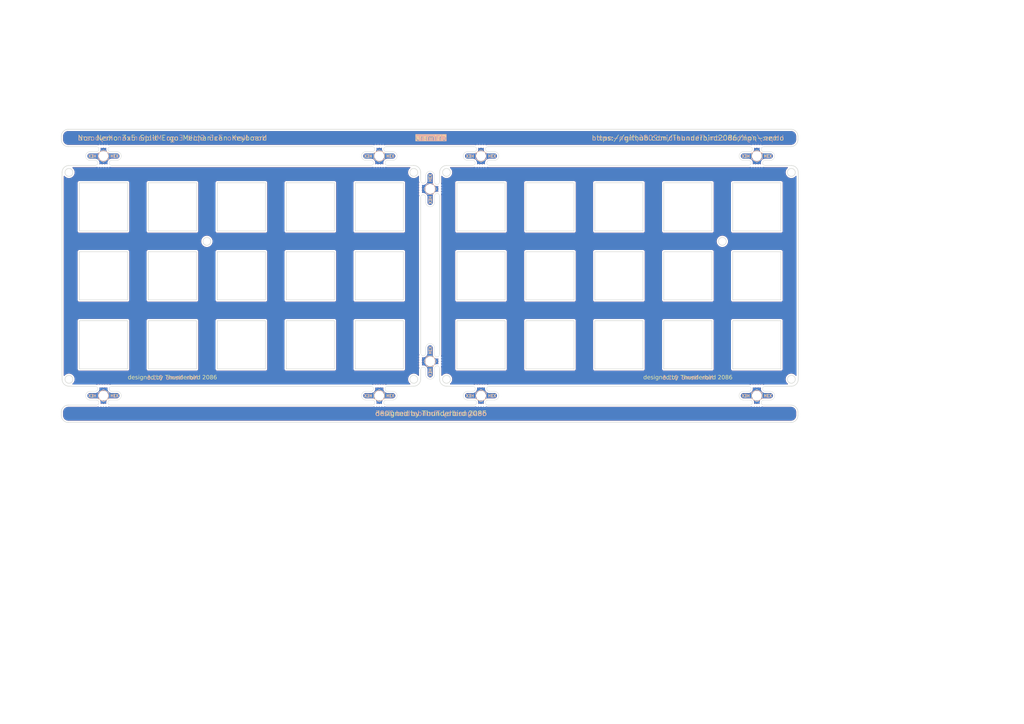
<source format=kicad_pcb>
(kicad_pcb (version 20240108) (generator "pcbnew") (generator_version "8.0")
  (title_block (title "top_chimera_mx") (date "2025-04-06") (rev "0.1.6") (company "Allen Choi"))
  (layers (0 "F.Cu" signal) (31 "B.Cu" signal) (34 "B.Paste" user) (35 "F.Paste" user) (36 "B.SilkS" user "B.Silkscreen") (37 "F.SilkS" user "F.Silkscreen") (38 "B.Mask" user) (39 "F.Mask" user) (44 "Edge.Cuts" user))
  (net 0 "")
  (net 1 "GND")
  (footprint "mousebites_5p5mm_easysnap" (layer "F.Cu") (at 139.5 117.5 -90)
    (property "Reference" "X8" (hide yes))
    (property "Value" "5.5mm" (hide yes))
    (fp_line (start -1.5 3.9) (end -1.5 2.03) (stroke (width 0.1)) (layer "Edge.Cuts"))
    (fp_line (start -4 2.4) (end -4 3.9) (stroke (width 0.1)) (layer "Edge.Cuts"))
    (fp_line (start -1.5 -2.03) (end -1.5 -3.9) (stroke (width 0.1)) (layer "Edge.Cuts"))
    (fp_line (start -4 -3.9) (end -4 -2.4) (stroke (width 0.1)) (layer "Edge.Cuts"))
    (fp_arc (start -1.5 3.9) (mid -2.75 5.15) (end -4 3.9) (stroke (width 0.1)) (layer "Edge.Cuts"))
    (fp_arc (start -5.5 2.4) (mid -4.75 1.65) (end -4 2.4) (stroke (width 0.1)) (layer "Edge.Cuts"))
    (fp_arc (start -1.5 2.03) (mid -0.75 1.28) (end 0 2.03) (stroke (width 0.1)) (layer "Edge.Cuts"))
    (fp_arc (start 0 -2.03) (mid -0.75 -1.28) (end -1.5 -2.03) (stroke (width 0.1)) (layer "Edge.Cuts"))
    (fp_arc (start -4 -2.4) (mid -4.75 -1.65) (end -5.5 -2.4) (stroke (width 0.1)) (layer "Edge.Cuts"))
    (fp_arc (start -4 -3.9) (mid -2.75 -5.15) (end -1.5 -3.9) (stroke (width 0.1)) (layer "Edge.Cuts"))
    (fp_text user "HEX" (at -2.75 3.2 0) (layer "B.SilkS") (effects (font (size 0.8 0.8)) (justify mirror)))
    (fp_text user "HEX" (at -2.75 -3.2 180) (layer "B.SilkS") (effects (font (size 0.8 0.8)) (justify mirror)))
    (fp_text user "HEX" (at -2.75 -3.2 0) (layer "F.SilkS") (effects (font (size 0.8 0.8))))
    (fp_text user "HEX" (at -2.75 3.2 180) (layer "F.SilkS") (effects (font (size 0.8 0.8))))
    (pad "" np_thru_hole circle (at -5.55 -1.48 90) (size 0.5 0.5) (drill 0.5) (layers "F&B.Cu" "*.Mask"))
    (pad "" np_thru_hole circle (at -5.55 -0.74 90) (size 0.5 0.5) (drill 0.5) (layers "F&B.Cu" "*.Mask"))
    (pad "" np_thru_hole circle (at -5.55 0 90) (size 0.5 0.5) (drill 0.5) (layers "F&B.Cu" "*.Mask"))
    (pad "" np_thru_hole circle (at -5.55 0.74 90) (size 0.5 0.5) (drill 0.5) (layers "F&B.Cu" "*.Mask"))
    (pad "" np_thru_hole circle (at -5.55 1.48 90) (size 0.5 0.5) (drill 0.5) (layers "F&B.Cu" "*.Mask"))
    (pad "" np_thru_hole circle (at -2.75 0 90) (size 2.4 2.4) (drill 2.4) (layers "F&B.Cu" "*.Mask"))
    (pad "" np_thru_hole circle (at 0.05 -1.11 270) (size 0.5 0.5) (drill 0.5) (layers "F&B.Cu" "*.Mask"))
    (pad "" np_thru_hole circle (at 0.05 -0.37 270) (size 0.5 0.5) (drill 0.5) (layers "F&B.Cu" "*.Mask"))
    (pad "" np_thru_hole circle (at 0.05 0.37 270) (size 0.5 0.5) (drill 0.5) (layers "F&B.Cu" "*.Mask"))
    (pad "" np_thru_hole circle (at 0.05 1.11 270) (size 0.5 0.5) (drill 0.5) (layers "F&B.Cu" "*.Mask"))
  )
  (footprint "mousebites_5p5mm_easysnap" (layer "F.Cu") (at 110 42.5 90)
    (property "Reference" "X6" (hide yes))
    (property "Value" "5.5mm" (hide yes))
    (fp_line (start -4 -3.9) (end -4 -2.4) (stroke (width 0.1)) (layer "Edge.Cuts"))
    (fp_line (start -1.5 -2.03) (end -1.5 -3.9) (stroke (width 0.1)) (layer "Edge.Cuts"))
    (fp_line (start -4 2.4) (end -4 3.9) (stroke (width 0.1)) (layer "Edge.Cuts"))
    (fp_line (start -1.5 3.9) (end -1.5 2.03) (stroke (width 0.1)) (layer "Edge.Cuts"))
    (fp_arc (start -4 -3.9) (mid -2.75 -5.15) (end -1.5 -3.9) (stroke (width 0.1)) (layer "Edge.Cuts"))
    (fp_arc (start -4 -2.4) (mid -4.75 -1.65) (end -5.5 -2.4) (stroke (width 0.1)) (layer "Edge.Cuts"))
    (fp_arc (start 0 -2.03) (mid -0.75 -1.28) (end -1.5 -2.03) (stroke (width 0.1)) (layer "Edge.Cuts"))
    (fp_arc (start -1.5 2.03) (mid -0.75 1.28) (end 0 2.03) (stroke (width 0.1)) (layer "Edge.Cuts"))
    (fp_arc (start -5.5 2.4) (mid -4.75 1.65) (end -4 2.4) (stroke (width 0.1)) (layer "Edge.Cuts"))
    (fp_arc (start -1.5 3.9) (mid -2.75 5.15) (end -4 3.9) (stroke (width 0.1)) (layer "Edge.Cuts"))
    (fp_text user "HEX" (at -2.75 3.2 180) (layer "B.SilkS") (effects (font (size 0.8 0.8)) (justify mirror)))
    (fp_text user "HEX" (at -2.75 -3.2 0) (layer "B.SilkS") (effects (font (size 0.8 0.8)) (justify mirror)))
    (fp_text user "HEX" (at -2.75 -3.2 180) (layer "F.SilkS") (effects (font (size 0.8 0.8))))
    (fp_text user "HEX" (at -2.75 3.2 0) (layer "F.SilkS") (effects (font (size 0.8 0.8))))
    (pad "" np_thru_hole circle (at -5.55 -1.48 270) (size 0.5 0.5) (drill 0.5) (layers "F&B.Cu" "*.Mask"))
    (pad "" np_thru_hole circle (at -5.55 -0.74 270) (size 0.5 0.5) (drill 0.5) (layers "F&B.Cu" "*.Mask"))
    (pad "" np_thru_hole circle (at -5.55 0 270) (size 0.5 0.5) (drill 0.5) (layers "F&B.Cu" "*.Mask"))
    (pad "" np_thru_hole circle (at -5.55 0.74 270) (size 0.5 0.5) (drill 0.5) (layers "F&B.Cu" "*.Mask"))
    (pad "" np_thru_hole circle (at -5.55 1.48 270) (size 0.5 0.5) (drill 0.5) (layers "F&B.Cu" "*.Mask"))
    (pad "" np_thru_hole circle (at -2.75 0 270) (size 2.4 2.4) (drill 2.4) (layers "F&B.Cu" "*.Mask"))
    (pad "" np_thru_hole circle (at 0.05 -1.11 90) (size 0.5 0.5) (drill 0.5) (layers "F&B.Cu" "*.Mask"))
    (pad "" np_thru_hole circle (at 0.05 -0.37 90) (size 0.5 0.5) (drill 0.5) (layers "F&B.Cu" "*.Mask"))
    (pad "" np_thru_hole circle (at 0.05 0.37 90) (size 0.5 0.5) (drill 0.5) (layers "F&B.Cu" "*.Mask"))
    (pad "" np_thru_hole circle (at 0.05 1.11 90) (size 0.5 0.5) (drill 0.5) (layers "F&B.Cu" "*.Mask"))
  )
  (footprint "mousebites_5p5mm_easysnap" (layer "F.Cu") (at 30 117.5 -90)
    (property "Reference" "X5" (hide yes))
    (property "Value" "5.5mm" (hide yes))
    (fp_line (start -1.5 3.9) (end -1.5 2.03) (stroke (width 0.1)) (layer "Edge.Cuts"))
    (fp_line (start -4 2.4) (end -4 3.9) (stroke (width 0.1)) (layer "Edge.Cuts"))
    (fp_line (start -1.5 -2.03) (end -1.5 -3.9) (stroke (width 0.1)) (layer "Edge.Cuts"))
    (fp_line (start -4 -3.9) (end -4 -2.4) (stroke (width 0.1)) (layer "Edge.Cuts"))
    (fp_arc (start -1.5 3.9) (mid -2.75 5.15) (end -4 3.9) (stroke (width 0.1)) (layer "Edge.Cuts"))
    (fp_arc (start -5.5 2.4) (mid -4.75 1.65) (end -4 2.4) (stroke (width 0.1)) (layer "Edge.Cuts"))
    (fp_arc (start -1.5 2.03) (mid -0.75 1.28) (end 0 2.03) (stroke (width 0.1)) (layer "Edge.Cuts"))
    (fp_arc (start 0 -2.03) (mid -0.75 -1.28) (end -1.5 -2.03) (stroke (width 0.1)) (layer "Edge.Cuts"))
    (fp_arc (start -4 -2.4) (mid -4.75 -1.65) (end -5.5 -2.4) (stroke (width 0.1)) (layer "Edge.Cuts"))
    (fp_arc (start -4 -3.9) (mid -2.75 -5.15) (end -1.5 -3.9) (stroke (width 0.1)) (layer "Edge.Cuts"))
    (fp_text user "HEX" (at -2.75 3.2 0) (layer "B.SilkS") (effects (font (size 0.8 0.8)) (justify mirror)))
    (fp_text user "HEX" (at -2.75 -3.2 180) (layer "B.SilkS") (effects (font (size 0.8 0.8)) (justify mirror)))
    (fp_text user "HEX" (at -2.75 -3.2 0) (layer "F.SilkS") (effects (font (size 0.8 0.8))))
    (fp_text user "HEX" (at -2.75 3.2 180) (layer "F.SilkS") (effects (font (size 0.8 0.8))))
    (pad "" np_thru_hole circle (at -5.55 -1.48 90) (size 0.5 0.5) (drill 0.5) (layers "F&B.Cu" "*.Mask"))
    (pad "" np_thru_hole circle (at -5.55 -0.74 90) (size 0.5 0.5) (drill 0.5) (layers "F&B.Cu" "*.Mask"))
    (pad "" np_thru_hole circle (at -5.55 0 90) (size 0.5 0.5) (drill 0.5) (layers "F&B.Cu" "*.Mask"))
    (pad "" np_thru_hole circle (at -5.55 0.74 90) (size 0.5 0.5) (drill 0.5) (layers "F&B.Cu" "*.Mask"))
    (pad "" np_thru_hole circle (at -5.55 1.48 90) (size 0.5 0.5) (drill 0.5) (layers "F&B.Cu" "*.Mask"))
    (pad "" np_thru_hole circle (at -2.75 0 90) (size 2.4 2.4) (drill 2.4) (layers "F&B.Cu" "*.Mask"))
    (pad "" np_thru_hole circle (at 0.05 -1.11 270) (size 0.5 0.5) (drill 0.5) (layers "F&B.Cu" "*.Mask"))
    (pad "" np_thru_hole circle (at 0.05 -0.37 270) (size 0.5 0.5) (drill 0.5) (layers "F&B.Cu" "*.Mask"))
    (pad "" np_thru_hole circle (at 0.05 0.37 270) (size 0.5 0.5) (drill 0.5) (layers "F&B.Cu" "*.Mask"))
    (pad "" np_thru_hole circle (at 0.05 1.11 270) (size 0.5 0.5) (drill 0.5) (layers "F&B.Cu" "*.Mask"))
  )
  (footprint "mousebites_5p5mm_easysnap" (layer "F.Cu") (at 127.5 54.8)
    (property "Reference" "X1" (hide yes))
    (property "Value" "5.5mm" (hide yes))
    (fp_line (start -4 -3.9) (end -4 -2.4) (stroke (width 0.1)) (layer "Edge.Cuts"))
    (fp_line (start -4 2.4) (end -4 3.9) (stroke (width 0.1)) (layer "Edge.Cuts"))
    (fp_line (start -1.5 -2.03) (end -1.5 -3.9) (stroke (width 0.1)) (layer "Edge.Cuts"))
    (fp_line (start -1.5 3.9) (end -1.5 2.03) (stroke (width 0.1)) (layer "Edge.Cuts"))
    (fp_arc (start -5.5 2.4) (mid -4.75 1.65) (end -4 2.4) (stroke (width 0.1)) (layer "Edge.Cuts"))
    (fp_arc (start -4 -3.9) (mid -2.75 -5.15) (end -1.5 -3.9) (stroke (width 0.1)) (layer "Edge.Cuts"))
    (fp_arc (start -4 -2.4) (mid -4.75 -1.65) (end -5.5 -2.4) (stroke (width 0.1)) (layer "Edge.Cuts"))
    (fp_arc (start -1.5 2.03) (mid -0.75 1.28) (end 0 2.03) (stroke (width 0.1)) (layer "Edge.Cuts"))
    (fp_arc (start -1.5 3.9) (mid -2.75 5.15) (end -4 3.9) (stroke (width 0.1)) (layer "Edge.Cuts"))
    (fp_arc (start 0 -2.03) (mid -0.75 -1.28) (end -1.5 -2.03) (stroke (width 0.1)) (layer "Edge.Cuts"))
    (fp_text user "HEX" (at -2.75 -3.2 -90) (layer "B.SilkS") (effects (font (size 0.8 0.8)) (justify mirror)))
    (fp_text user "HEX" (at -2.75 3.2 90) (layer "B.SilkS") (effects (font (size 0.8 0.8)) (justify mirror)))
    (fp_text user "HEX" (at -2.75 -3.2 90) (layer "F.SilkS") (effects (font (size 0.8 0.8))))
    (fp_text user "HEX" (at -2.75 3.2 -90) (layer "F.SilkS") (effects (font (size 0.8 0.8))))
    (pad "" np_thru_hole circle (at -5.55 -1.48 180) (size 0.5 0.5) (drill 0.5) (layers "F&B.Cu" "*.Mask"))
    (pad "" np_thru_hole circle (at -5.55 -0.74 180) (size 0.5 0.5) (drill 0.5) (layers "F&B.Cu" "*.Mask"))
    (pad "" np_thru_hole circle (at -5.55 0 180) (size 0.5 0.5) (drill 0.5) (layers "F&B.Cu" "*.Mask"))
    (pad "" np_thru_hole circle (at -5.55 0.74 180) (size 0.5 0.5) (drill 0.5) (layers "F&B.Cu" "*.Mask"))
    (pad "" np_thru_hole circle (at -5.55 1.48 180) (size 0.5 0.5) (drill 0.5) (layers "F&B.Cu" "*.Mask"))
    (pad "" np_thru_hole circle (at -2.75 0 180) (size 2.4 2.4) (drill 2.4) (layers "F&B.Cu" "*.Mask"))
    (pad "" np_thru_hole circle (at 0.05 -1.11) (size 0.5 0.5) (drill 0.5) (layers "F&B.Cu" "*.Mask"))
    (pad "" np_thru_hole circle (at 0.05 -0.37) (size 0.5 0.5) (drill 0.5) (layers "F&B.Cu" "*.Mask"))
    (pad "" np_thru_hole circle (at 0.05 0.37) (size 0.5 0.5) (drill 0.5) (layers "F&B.Cu" "*.Mask"))
    (pad "" np_thru_hole circle (at 0.05 1.11) (size 0.5 0.5) (drill 0.5) (layers "F&B.Cu" "*.Mask"))
  )
  (footprint "mousebites_5p5mm_easysnap" (layer "F.Cu") (at 219.5 117.5 -90)
    (property "Reference" "X7" (hide yes))
    (property "Value" "5.5mm" (hide yes))
    (fp_line (start -1.5 3.9) (end -1.5 2.03) (stroke (width 0.1)) (layer "Edge.Cuts"))
    (fp_line (start -4 2.4) (end -4 3.9) (stroke (width 0.1)) (layer "Edge.Cuts"))
    (fp_line (start -1.5 -2.03) (end -1.5 -3.9) (stroke (width 0.1)) (layer "Edge.Cuts"))
    (fp_line (start -4 -3.9) (end -4 -2.4) (stroke (width 0.1)) (layer "Edge.Cuts"))
    (fp_arc (start -1.5 3.9) (mid -2.75 5.15) (end -4 3.9) (stroke (width 0.1)) (layer "Edge.Cuts"))
    (fp_arc (start -5.5 2.4) (mid -4.75 1.65) (end -4 2.4) (stroke (width 0.1)) (layer "Edge.Cuts"))
    (fp_arc (start -1.5 2.03) (mid -0.75 1.28) (end 0 2.03) (stroke (width 0.1)) (layer "Edge.Cuts"))
    (fp_arc (start 0 -2.03) (mid -0.75 -1.28) (end -1.5 -2.03) (stroke (width 0.1)) (layer "Edge.Cuts"))
    (fp_arc (start -4 -2.4) (mid -4.75 -1.65) (end -5.5 -2.4) (stroke (width 0.1)) (layer "Edge.Cuts"))
    (fp_arc (start -4 -3.9) (mid -2.75 -5.15) (end -1.5 -3.9) (stroke (width 0.1)) (layer "Edge.Cuts"))
    (fp_text user "HEX" (at -2.75 3.2 0) (layer "B.SilkS") (effects (font (size 0.8 0.8)) (justify mirror)))
    (fp_text user "HEX" (at -2.75 -3.2 180) (layer "B.SilkS") (effects (font (size 0.8 0.8)) (justify mirror)))
    (fp_text user "HEX" (at -2.75 -3.2 0) (layer "F.SilkS") (effects (font (size 0.8 0.8))))
    (fp_text user "HEX" (at -2.75 3.2 180) (layer "F.SilkS") (effects (font (size 0.8 0.8))))
    (pad "" np_thru_hole circle (at -5.55 -1.48 90) (size 0.5 0.5) (drill 0.5) (layers "F&B.Cu" "*.Mask"))
    (pad "" np_thru_hole circle (at -5.55 -0.74 90) (size 0.5 0.5) (drill 0.5) (layers "F&B.Cu" "*.Mask"))
    (pad "" np_thru_hole circle (at -5.55 0 90) (size 0.5 0.5) (drill 0.5) (layers "F&B.Cu" "*.Mask"))
    (pad "" np_thru_hole circle (at -5.55 0.74 90) (size 0.5 0.5) (drill 0.5) (layers "F&B.Cu" "*.Mask"))
    (pad "" np_thru_hole circle (at -5.55 1.48 90) (size 0.5 0.5) (drill 0.5) (layers "F&B.Cu" "*.Mask"))
    (pad "" np_thru_hole circle (at -2.75 0 90) (size 2.4 2.4) (drill 2.4) (layers "F&B.Cu" "*.Mask"))
    (pad "" np_thru_hole circle (at 0.05 -1.11 270) (size 0.5 0.5) (drill 0.5) (layers "F&B.Cu" "*.Mask"))
    (pad "" np_thru_hole circle (at 0.05 -0.37 270) (size 0.5 0.5) (drill 0.5) (layers "F&B.Cu" "*.Mask"))
    (pad "" np_thru_hole circle (at 0.05 0.37 270) (size 0.5 0.5) (drill 0.5) (layers "F&B.Cu" "*.Mask"))
    (pad "" np_thru_hole circle (at 0.05 1.11 270) (size 0.5 0.5) (drill 0.5) (layers "F&B.Cu" "*.Mask"))
  )
  (footprint "mousebites_5p5mm_easysnap" (layer "F.Cu") (at 110 117.5 -90)
    (property "Reference" "X6" (hide yes))
    (property "Value" "5.5mm" (hide yes))
    (fp_line (start -1.5 3.9) (end -1.5 2.03) (stroke (width 0.1)) (layer "Edge.Cuts"))
    (fp_line (start -4 2.4) (end -4 3.9) (stroke (width 0.1)) (layer "Edge.Cuts"))
    (fp_line (start -1.5 -2.03) (end -1.5 -3.9) (stroke (width 0.1)) (layer "Edge.Cuts"))
    (fp_line (start -4 -3.9) (end -4 -2.4) (stroke (width 0.1)) (layer "Edge.Cuts"))
    (fp_arc (start -1.5 3.9) (mid -2.75 5.15) (end -4 3.9) (stroke (width 0.1)) (layer "Edge.Cuts"))
    (fp_arc (start -5.5 2.4) (mid -4.75 1.65) (end -4 2.4) (stroke (width 0.1)) (layer "Edge.Cuts"))
    (fp_arc (start -1.5 2.03) (mid -0.75 1.28) (end 0 2.03) (stroke (width 0.1)) (layer "Edge.Cuts"))
    (fp_arc (start 0 -2.03) (mid -0.75 -1.28) (end -1.5 -2.03) (stroke (width 0.1)) (layer "Edge.Cuts"))
    (fp_arc (start -4 -2.4) (mid -4.75 -1.65) (end -5.5 -2.4) (stroke (width 0.1)) (layer "Edge.Cuts"))
    (fp_arc (start -4 -3.9) (mid -2.75 -5.15) (end -1.5 -3.9) (stroke (width 0.1)) (layer "Edge.Cuts"))
    (fp_text user "HEX" (at -2.75 3.2 0) (layer "B.SilkS") (effects (font (size 0.8 0.8)) (justify mirror)))
    (fp_text user "HEX" (at -2.75 -3.2 180) (layer "B.SilkS") (effects (font (size 0.8 0.8)) (justify mirror)))
    (fp_text user "HEX" (at -2.75 3.2 180) (layer "F.SilkS") (effects (font (size 0.8 0.8))))
    (fp_text user "HEX" (at -2.75 -3.2 0) (layer "F.SilkS") (effects (font (size 0.8 0.8))))
    (pad "" np_thru_hole circle (at -5.55 -1.48 90) (size 0.5 0.5) (drill 0.5) (layers "F&B.Cu" "*.Mask"))
    (pad "" np_thru_hole circle (at -5.55 -0.74 90) (size 0.5 0.5) (drill 0.5) (layers "F&B.Cu" "*.Mask"))
    (pad "" np_thru_hole circle (at -5.55 0 90) (size 0.5 0.5) (drill 0.5) (layers "F&B.Cu" "*.Mask"))
    (pad "" np_thru_hole circle (at -5.55 0.74 90) (size 0.5 0.5) (drill 0.5) (layers "F&B.Cu" "*.Mask"))
    (pad "" np_thru_hole circle (at -5.55 1.48 90) (size 0.5 0.5) (drill 0.5) (layers "F&B.Cu" "*.Mask"))
    (pad "" np_thru_hole circle (at -2.75 0 90) (size 2.4 2.4) (drill 2.4) (layers "F&B.Cu" "*.Mask"))
    (pad "" np_thru_hole circle (at 0.05 -1.11 270) (size 0.5 0.5) (drill 0.5) (layers "F&B.Cu" "*.Mask"))
    (pad "" np_thru_hole circle (at 0.05 -0.37 270) (size 0.5 0.5) (drill 0.5) (layers "F&B.Cu" "*.Mask"))
    (pad "" np_thru_hole circle (at 0.05 0.37 270) (size 0.5 0.5) (drill 0.5) (layers "F&B.Cu" "*.Mask"))
    (pad "" np_thru_hole circle (at 0.05 1.11 270) (size 0.5 0.5) (drill 0.5) (layers "F&B.Cu" "*.Mask"))
  )
  (footprint "mousebites_5p5mm_easysnap" (layer "F.Cu") (at 30 42.5 90)
    (property "Reference" "X5" (hide yes))
    (property "Value" "5.5mm" (hide yes))
    (fp_line (start -4 -3.9) (end -4 -2.4) (stroke (width 0.1)) (layer "Edge.Cuts"))
    (fp_line (start -1.5 -2.03) (end -1.5 -3.9) (stroke (width 0.1)) (layer "Edge.Cuts"))
    (fp_line (start -4 2.4) (end -4 3.9) (stroke (width 0.1)) (layer "Edge.Cuts"))
    (fp_line (start -1.5 3.9) (end -1.5 2.03) (stroke (width 0.1)) (layer "Edge.Cuts"))
    (fp_arc (start -4 -3.9) (mid -2.75 -5.15) (end -1.5 -3.9) (stroke (width 0.1)) (layer "Edge.Cuts"))
    (fp_arc (start -4 -2.4) (mid -4.75 -1.65) (end -5.5 -2.4) (stroke (width 0.1)) (layer "Edge.Cuts"))
    (fp_arc (start 0 -2.03) (mid -0.75 -1.28) (end -1.5 -2.03) (stroke (width 0.1)) (layer "Edge.Cuts"))
    (fp_arc (start -1.5 2.03) (mid -0.75 1.28) (end 0 2.03) (stroke (width 0.1)) (layer "Edge.Cuts"))
    (fp_arc (start -5.5 2.4) (mid -4.75 1.65) (end -4 2.4) (stroke (width 0.1)) (layer "Edge.Cuts"))
    (fp_arc (start -1.5 3.9) (mid -2.75 5.15) (end -4 3.9) (stroke (width 0.1)) (layer "Edge.Cuts"))
    (fp_text user "HEX" (at -2.75 3.2 180) (layer "B.SilkS") (effects (font (size 0.8 0.8)) (justify mirror)))
    (fp_text user "HEX" (at -2.75 -3.2 0) (layer "B.SilkS") (effects (font (size 0.8 0.8)) (justify mirror)))
    (fp_text user "HEX" (at -2.75 3.2 0) (layer "F.SilkS") (effects (font (size 0.8 0.8))))
    (fp_text user "HEX" (at -2.75 -3.2 180) (layer "F.SilkS") (effects (font (size 0.8 0.8))))
    (pad "" np_thru_hole circle (at -5.55 -1.48 270) (size 0.5 0.5) (drill 0.5) (layers "F&B.Cu" "*.Mask"))
    (pad "" np_thru_hole circle (at -5.55 -0.74 270) (size 0.5 0.5) (drill 0.5) (layers "F&B.Cu" "*.Mask"))
    (pad "" np_thru_hole circle (at -5.55 0 270) (size 0.5 0.5) (drill 0.5) (layers "F&B.Cu" "*.Mask"))
    (pad "" np_thru_hole circle (at -5.55 0.74 270) (size 0.5 0.5) (drill 0.5) (layers "F&B.Cu" "*.Mask"))
    (pad "" np_thru_hole circle (at -5.55 1.48 270) (size 0.5 0.5) (drill 0.5) (layers "F&B.Cu" "*.Mask"))
    (pad "" np_thru_hole circle (at -2.75 0 270) (size 2.4 2.4) (drill 2.4) (layers "F&B.Cu" "*.Mask"))
    (pad "" np_thru_hole circle (at 0.05 -1.11 90) (size 0.5 0.5) (drill 0.5) (layers "F&B.Cu" "*.Mask"))
    (pad "" np_thru_hole circle (at 0.05 -0.37 90) (size 0.5 0.5) (drill 0.5) (layers "F&B.Cu" "*.Mask"))
    (pad "" np_thru_hole circle (at 0.05 0.37 90) (size 0.5 0.5) (drill 0.5) (layers "F&B.Cu" "*.Mask"))
    (pad "" np_thru_hole circle (at 0.05 1.11 90) (size 0.5 0.5) (drill 0.5) (layers "F&B.Cu" "*.Mask"))
  )
  (footprint "mousebites_5p5mm_easysnap" (layer "F.Cu") (at 219.5 42.5 90)
    (property "Reference" "X7" (hide yes))
    (property "Value" "5.5mm" (hide yes))
    (fp_line (start -4 -3.9) (end -4 -2.4) (stroke (width 0.1)) (layer "Edge.Cuts"))
    (fp_line (start -1.5 -2.03) (end -1.5 -3.9) (stroke (width 0.1)) (layer "Edge.Cuts"))
    (fp_line (start -4 2.4) (end -4 3.9) (stroke (width 0.1)) (layer "Edge.Cuts"))
    (fp_line (start -1.5 3.9) (end -1.5 2.03) (stroke (width 0.1)) (layer "Edge.Cuts"))
    (fp_arc (start -4 -3.9) (mid -2.75 -5.15) (end -1.5 -3.9) (stroke (width 0.1)) (layer "Edge.Cuts"))
    (fp_arc (start -4 -2.4) (mid -4.75 -1.65) (end -5.5 -2.4) (stroke (width 0.1)) (layer "Edge.Cuts"))
    (fp_arc (start 0 -2.03) (mid -0.75 -1.28) (end -1.5 -2.03) (stroke (width 0.1)) (layer "Edge.Cuts"))
    (fp_arc (start -1.5 2.03) (mid -0.75 1.28) (end 0 2.03) (stroke (width 0.1)) (layer "Edge.Cuts"))
    (fp_arc (start -5.5 2.4) (mid -4.75 1.65) (end -4 2.4) (stroke (width 0.1)) (layer "Edge.Cuts"))
    (fp_arc (start -1.5 3.9) (mid -2.75 5.15) (end -4 3.9) (stroke (width 0.1)) (layer "Edge.Cuts"))
    (fp_text user "HEX" (at -2.75 3.2 180) (layer "B.SilkS") (effects (font (size 0.8 0.8)) (justify mirror)))
    (fp_text user "HEX" (at -2.75 -3.2 0) (layer "B.SilkS") (effects (font (size 0.8 0.8)) (justify mirror)))
    (fp_text user "HEX" (at -2.75 3.2 0) (layer "F.SilkS") (effects (font (size 0.8 0.8))))
    (fp_text user "HEX" (at -2.75 -3.2 180) (layer "F.SilkS") (effects (font (size 0.8 0.8))))
    (pad "" np_thru_hole circle (at -5.55 -1.48 270) (size 0.5 0.5) (drill 0.5) (layers "F&B.Cu" "*.Mask"))
    (pad "" np_thru_hole circle (at -5.55 -0.74 270) (size 0.5 0.5) (drill 0.5) (layers "F&B.Cu" "*.Mask"))
    (pad "" np_thru_hole circle (at -5.55 0 270) (size 0.5 0.5) (drill 0.5) (layers "F&B.Cu" "*.Mask"))
    (pad "" np_thru_hole circle (at -5.55 0.74 270) (size 0.5 0.5) (drill 0.5) (layers "F&B.Cu" "*.Mask"))
    (pad "" np_thru_hole circle (at -5.55 1.48 270) (size 0.5 0.5) (drill 0.5) (layers "F&B.Cu" "*.Mask"))
    (pad "" np_thru_hole circle (at -2.75 0 270) (size 2.4 2.4) (drill 2.4) (layers "F&B.Cu" "*.Mask"))
    (pad "" np_thru_hole circle (at 0.05 -1.11 90) (size 0.5 0.5) (drill 0.5) (layers "F&B.Cu" "*.Mask"))
    (pad "" np_thru_hole circle (at 0.05 -0.37 90) (size 0.5 0.5) (drill 0.5) (layers "F&B.Cu" "*.Mask"))
    (pad "" np_thru_hole circle (at 0.05 0.37 90) (size 0.5 0.5) (drill 0.5) (layers "F&B.Cu" "*.Mask"))
    (pad "" np_thru_hole circle (at 0.05 1.11 90) (size 0.5 0.5) (drill 0.5) (layers "F&B.Cu" "*.Mask"))
  )
  (footprint "mousebites_5p5mm_easysnap" (layer "F.Cu") (at 139.5 42.5 90)
    (property "Reference" "X8" (hide yes))
    (property "Value" "5.5mm" (hide yes))
    (fp_line (start -4 -3.9) (end -4 -2.4) (stroke (width 0.1)) (layer "Edge.Cuts"))
    (fp_line (start -1.5 -2.03) (end -1.5 -3.9) (stroke (width 0.1)) (layer "Edge.Cuts"))
    (fp_line (start -4 2.4) (end -4 3.9) (stroke (width 0.1)) (layer "Edge.Cuts"))
    (fp_line (start -1.5 3.9) (end -1.5 2.03) (stroke (width 0.1)) (layer "Edge.Cuts"))
    (fp_arc (start -4 -3.9) (mid -2.75 -5.15) (end -1.5 -3.9) (stroke (width 0.1)) (layer "Edge.Cuts"))
    (fp_arc (start -4 -2.4) (mid -4.75 -1.65) (end -5.5 -2.4) (stroke (width 0.1)) (layer "Edge.Cuts"))
    (fp_arc (start 0 -2.03) (mid -0.75 -1.28) (end -1.5 -2.03) (stroke (width 0.1)) (layer "Edge.Cuts"))
    (fp_arc (start -1.5 2.03) (mid -0.75 1.28) (end 0 2.03) (stroke (width 0.1)) (layer "Edge.Cuts"))
    (fp_arc (start -5.5 2.4) (mid -4.75 1.65) (end -4 2.4) (stroke (width 0.1)) (layer "Edge.Cuts"))
    (fp_arc (start -1.5 3.9) (mid -2.75 5.15) (end -4 3.9) (stroke (width 0.1)) (layer "Edge.Cuts"))
    (fp_text user "HEX" (at -2.75 -3.2 0) (layer "B.SilkS") (effects (font (size 0.8 0.8)) (justify mirror)))
    (fp_text user "HEX" (at -2.75 3.2 180) (layer "B.SilkS") (effects (font (size 0.8 0.8)) (justify mirror)))
    (fp_text user "HEX" (at -2.75 3.2 0) (layer "F.SilkS") (effects (font (size 0.8 0.8))))
    (fp_text user "HEX" (at -2.75 -3.2 180) (layer "F.SilkS") (effects (font (size 0.8 0.8))))
    (pad "" np_thru_hole circle (at -5.55 -1.48 270) (size 0.5 0.5) (drill 0.5) (layers "F&B.Cu" "*.Mask"))
    (pad "" np_thru_hole circle (at -5.55 -0.74 270) (size 0.5 0.5) (drill 0.5) (layers "F&B.Cu" "*.Mask"))
    (pad "" np_thru_hole circle (at -5.55 0 270) (size 0.5 0.5) (drill 0.5) (layers "F&B.Cu" "*.Mask"))
    (pad "" np_thru_hole circle (at -5.55 0.74 270) (size 0.5 0.5) (drill 0.5) (layers "F&B.Cu" "*.Mask"))
    (pad "" np_thru_hole circle (at -5.55 1.48 270) (size 0.5 0.5) (drill 0.5) (layers "F&B.Cu" "*.Mask"))
    (pad "" np_thru_hole circle (at -2.75 0 270) (size 2.4 2.4) (drill 2.4) (layers "F&B.Cu" "*.Mask"))
    (pad "" np_thru_hole circle (at 0.05 -1.11 90) (size 0.5 0.5) (drill 0.5) (layers "F&B.Cu" "*.Mask"))
    (pad "" np_thru_hole circle (at 0.05 -0.37 90) (size 0.5 0.5) (drill 0.5) (layers "F&B.Cu" "*.Mask"))
    (pad "" np_thru_hole circle (at 0.05 0.37 90) (size 0.5 0.5) (drill 0.5) (layers "F&B.Cu" "*.Mask"))
    (pad "" np_thru_hole circle (at 0.05 1.11 90) (size 0.5 0.5) (drill 0.5) (layers "F&B.Cu" "*.Mask"))
  )
  (footprint "mousebites_5p5mm_easysnap" (layer "F.Cu") (at 127.5 104.8)
    (property "Reference" "X1" (hide yes))
    (property "Value" "5.5mm" (hide yes))
    (fp_line (start -4 -3.9) (end -4 -2.4) (stroke (width 0.1)) (layer "Edge.Cuts"))
    (fp_line (start -4 2.4) (end -4 3.9) (stroke (width 0.1)) (layer "Edge.Cuts"))
    (fp_line (start -1.5 -2.03) (end -1.5 -3.9) (stroke (width 0.1)) (layer "Edge.Cuts"))
    (fp_line (start -1.5 3.9) (end -1.5 2.03) (stroke (width 0.1)) (layer "Edge.Cuts"))
    (fp_arc (start -5.5 2.4) (mid -4.75 1.65) (end -4 2.4) (stroke (width 0.1)) (layer "Edge.Cuts"))
    (fp_arc (start -4 -3.9) (mid -2.75 -5.15) (end -1.5 -3.9) (stroke (width 0.1)) (layer "Edge.Cuts"))
    (fp_arc (start -4 -2.4) (mid -4.75 -1.65) (end -5.5 -2.4) (stroke (width 0.1)) (layer "Edge.Cuts"))
    (fp_arc (start -1.5 2.03) (mid -0.75 1.28) (end 0 2.03) (stroke (width 0.1)) (layer "Edge.Cuts"))
    (fp_arc (start -1.5 3.9) (mid -2.75 5.15) (end -4 3.9) (stroke (width 0.1)) (layer "Edge.Cuts"))
    (fp_arc (start 0 -2.03) (mid -0.75 -1.28) (end -1.5 -2.03) (stroke (width 0.1)) (layer "Edge.Cuts"))
    (fp_text user "HEX" (at -2.75 3.2 90) (layer "B.SilkS") (effects (font (size 0.8 0.8)) (justify mirror)))
    (fp_text user "HEX" (at -2.75 -3.2 -90) (layer "B.SilkS") (effects (font (size 0.8 0.8)) (justify mirror)))
    (fp_text user "HEX" (at -2.75 -3.2 90) (layer "F.SilkS") (effects (font (size 0.8 0.8))))
    (fp_text user "HEX" (at -2.75 3.2 -90) (layer "F.SilkS") (effects (font (size 0.8 0.8))))
    (pad "" np_thru_hole circle (at -5.55 -1.48 180) (size 0.5 0.5) (drill 0.5) (layers "F&B.Cu" "*.Mask"))
    (pad "" np_thru_hole circle (at -5.55 -0.74 180) (size 0.5 0.5) (drill 0.5) (layers "F&B.Cu" "*.Mask"))
    (pad "" np_thru_hole circle (at -5.55 0 180) (size 0.5 0.5) (drill 0.5) (layers "F&B.Cu" "*.Mask"))
    (pad "" np_thru_hole circle (at -5.55 0.74 180) (size 0.5 0.5) (drill 0.5) (layers "F&B.Cu" "*.Mask"))
    (pad "" np_thru_hole circle (at -5.55 1.48 180) (size 0.5 0.5) (drill 0.5) (layers "F&B.Cu" "*.Mask"))
    (pad "" np_thru_hole circle (at -2.75 0 180) (size 2.4 2.4) (drill 2.4) (layers "F&B.Cu" "*.Mask"))
    (pad "" np_thru_hole circle (at 0.05 -1.11) (size 0.5 0.5) (drill 0.5) (layers "F&B.Cu" "*.Mask"))
    (pad "" np_thru_hole circle (at 0.05 -0.37) (size 0.5 0.5) (drill 0.5) (layers "F&B.Cu" "*.Mask"))
    (pad "" np_thru_hole circle (at 0.05 0.37) (size 0.5 0.5) (drill 0.5) (layers "F&B.Cu" "*.Mask"))
    (pad "" np_thru_hole circle (at 0.05 1.11) (size 0.5 0.5) (drill 0.5) (layers "F&B.Cu" "*.Mask"))
  )
  (gr_line (start 117 73) (end 103 73) (stroke (width 0.15)) (layer "Edge.Cuts"))
  (gr_line (start 152.5 53) (end 152.5 67) (stroke (width 0.15)) (layer "Edge.Cuts"))
  (gr_line (start 57 73) (end 43 73) (stroke (width 0.15)) (layer "Edge.Cuts"))
  (gr_line (start 20 112) (end 27.6 112) (stroke (width 0.15)) (layer "Edge.Cuts"))
  (gr_arc (start 17.8 39.5) (mid 18.385786 38.085786) (end 19.8 37.5) (stroke (width 0.15)) (layer "Edge.Cuts"))
  (gr_line (start 117 67) (end 117 53) (stroke (width 0.15)) (layer "Edge.Cuts"))
  (gr_line (start 217.1 112) (end 141.9 112) (stroke (width 0.15)) (layer "Edge.Cuts"))
  (gr_line (start 192.5 93) (end 192.5 107) (stroke (width 0.15)) (layer "Edge.Cuts"))
  (gr_arc (start 127.5 50) (mid 128.085786 48.585786) (end 129.5 48) (stroke (width 0.15)) (layer "Edge.Cuts"))
  (gr_line (start 226.5 107) (end 226.5 93) (stroke (width 0.15)) (layer "Edge.Cuts"))
  (gr_line (start 37 87) (end 37 73) (stroke (width 0.15)) (layer "Edge.Cuts"))
  (gr_line (start 186.5 73) (end 172.5 73) (stroke (width 0.15)) (layer "Edge.Cuts"))
  (gr_line (start 63 53) (end 63 67) (stroke (width 0.15)) (layer "Edge.Cuts"))
  (gr_line (start 43 93) (end 43 107) (stroke (width 0.15)) (layer "Edge.Cuts"))
  (gr_line (start 97 67) (end 97 53) (stroke (width 0.15)) (layer "Edge.Cuts"))
  (gr_line (start 132.5 107) (end 146.5 107) (stroke (width 0.15)) (layer "Edge.Cuts"))
  (gr_line (start 122 52.4) (end 122 50) (stroke (width 0.15)) (layer "Edge.Cuts"))
  (gr_line (start 32.03 117.5) (end 107.97 117.5) (stroke (width 0.15)) (layer "Edge.Cuts"))
  (gr_line (start 152.5 73) (end 152.5 87) (stroke (width 0.15)) (layer "Edge.Cuts"))
  (gr_line (start 146.5 93) (end 132.5 93) (stroke (width 0.15)) (layer "Edge.Cuts"))
  (gr_line (start 231.4 40.5) (end 231.4 39.5) (stroke (width 0.15)) (layer "Edge.Cuts"))
  (gr_line (start 37 107) (end 37 93) (stroke (width 0.15)) (layer "Edge.Cuts"))
  (gr_line (start 172.5 107) (end 186.5 107) (stroke (width 0.15)) (layer "Edge.Cuts"))
  (gr_line (start 103 53) (end 103 67) (stroke (width 0.15)) (layer "Edge.Cuts"))
  (gr_circle (center 229.5 110) (end 230.65 110) (stroke (width 0.15)) (fill none) (layer "Edge.Cuts"))
  (gr_line (start 17.8 119.5) (end 17.8 120.5) (stroke (width 0.15)) (layer "Edge.Cuts"))
  (gr_circle (center 20 50) (end 21.15 50) (stroke (width 0.15)) (fill none) (layer "Edge.Cuts"))
  (gr_line (start 43 53) (end 43 67) (stroke (width 0.15)) (layer "Edge.Cuts"))
  (gr_line (start 23 73) (end 23 87) (stroke (width 0.15)) (layer "Edge.Cuts"))
  (gr_line (start 217.47 42.5) (end 141.53 42.5) (stroke (width 0.15)) (layer "Edge.Cuts"))
  (gr_line (start 63 87) (end 77 87) (stroke (width 0.15)) (layer "Edge.Cuts"))
  (gr_line (start 97 87) (end 97 73) (stroke (width 0.15)) (layer "Edge.Cuts"))
  (gr_line (start 37 93) (end 23 93) (stroke (width 0.15)) (layer "Edge.Cuts"))
  (gr_line (start 43 67) (end 57 67) (stroke (width 0.15)) (layer "Edge.Cuts"))
  (gr_line (start 146.5 73) (end 132.5 73) (stroke (width 0.15)) (layer "Edge.Cuts"))
  (gr_line (start 172.5 87) (end 186.5 87) (stroke (width 0.15)) (layer "Edge.Cuts"))
  (gr_line (start 166.5 67) (end 166.5 53) (stroke (width 0.15)) (layer "Edge.Cuts"))
  (gr_line (start 112.4 112) (end 120 112) (stroke (width 0.15)) (layer "Edge.Cuts"))
  (gr_line (start 57 87) (end 57 73) (stroke (width 0.15)) (layer "Edge.Cuts"))
  (gr_line (start 19.8 122.5) (end 229.4 122.5) (stroke (width 0.15)) (layer "Edge.Cuts"))
  (gr_arc (start 229.4 37.5) (mid 230.814214 38.085786) (end 231.4 39.5) (stroke (width 0.15)) (layer "Edge.Cuts"))
  (gr_line (start 17.8 39.5) (end 17.8 40.5) (stroke (width 0.15)) (layer "Edge.Cuts"))
  (gr_line (start 97 73) (end 83 73) (stroke (width 0.15)) (layer "Edge.Cuts"))
  (gr_line (start 83 87) (end 97 87) (stroke (width 0.15)) (layer "Edge.Cuts"))
  (gr_line (start 231.4 120.5) (end 231.4 119.5) (stroke (width 0.15)) (layer "Edge.Cuts"))
  (gr_line (start 152.5 87) (end 166.5 87) (stroke (width 0.15)) (layer "Edge.Cuts"))
  (gr_line (start 212.5 53) (end 212.5 67) (stroke (width 0.15)) (layer "Edge.Cuts"))
  (gr_line (start 137.1 112) (end 129.5 112) (stroke (width 0.15)) (layer "Edge.Cuts"))
  (gr_line (start 206.5 93) (end 192.5 93) (stroke (width 0.15)) (layer "Edge.Cuts"))
  (gr_line (start 23 107) (end 37 107) (stroke (width 0.15)) (layer "Edge.Cuts"))
  (gr_line (start 206.5 67) (end 206.5 53) (stroke (width 0.15)) (layer "Edge.Cuts"))
  (gr_line (start 37 53) (end 23 53) (stroke (width 0.15)) (layer "Edge.Cuts"))
  (gr_line (start 166.5 107) (end 166.5 93) (stroke (width 0.15)) (layer "Edge.Cuts"))
  (gr_line (start 172.5 73) (end 172.5 87) (stroke (width 0.15)) (layer "Edge.Cuts"))
  (gr_circle (center 20 110) (end 21.15 110) (stroke (width 0.15)) (fill none) (layer "Edge.Cuts"))
  (gr_line (start 152.5 93) (end 152.5 107) (stroke (width 0.15)) (layer "Edge.Cuts"))
  (gr_arc (start 231.5 110) (mid 230.914214 111.414214) (end 229.5 112) (stroke (width 0.15)) (layer "Edge.Cuts"))
  (gr_line (start 141.9 48) (end 217.1 48) (stroke (width 0.15)) (layer "Edge.Cuts"))
  (gr_line (start 43 73) (end 43 87) (stroke (width 0.15)) (layer "Edge.Cuts"))
  (gr_line (start 132.5 73) (end 132.5 87) (stroke (width 0.15)) (layer "Edge.Cuts"))
  (gr_line (start 212.5 107) (end 226.5 107) (stroke (width 0.15)) (layer "Edge.Cuts"))
  (gr_arc (start 19.8 42.5) (mid 18.385786 41.914214) (end 17.8 40.5) (stroke (width 0.15)) (layer "Edge.Cuts"))
  (gr_line (start 20 48) (end 27.6 48) (stroke (width 0.15)) (layer "Edge.Cuts"))
  (gr_line (start 212.5 93) (end 212.5 107) (stroke (width 0.15)) (layer "Edge.Cuts"))
  (gr_line (start 83 107) (end 97 107) (stroke (width 0.15)) (layer "Edge.Cuts"))
  (gr_circle (center 120 50) (end 121.15 50) (stroke (width 0.15)) (fill none) (layer "Edge.Cuts"))
  (gr_arc (start 122 110) (mid 121.414214 111.414214) (end 120 112) (stroke (width 0.15)) (layer "Edge.Cuts"))
  (gr_line (start 83 93) (end 83 107) (stroke (width 0.15)) (layer "Edge.Cuts"))
  (gr_line (start 77 73) (end 63 73) (stroke (width 0.15)) (layer "Edge.Cuts"))
  (gr_line (start 146.5 53) (end 132.5 53) (stroke (width 0.15)) (layer "Edge.Cuts"))
  (gr_line (start 226.5 53) (end 212.5 53) (stroke (width 0.15)) (layer "Edge.Cuts"))
  (gr_line (start 43 107) (end 57 107) (stroke (width 0.15)) (layer "Edge.Cuts"))
  (gr_line (start 57 67) (end 57 53) (stroke (width 0.15)) (layer "Edge.Cuts"))
  (gr_line (start 186.5 87) (end 186.5 73) (stroke (width 0.15)) (layer "Edge.Cuts"))
  (gr_line (start 231.5 110) (end 231.5 50) (stroke (width 0.15)) (layer "Edge.Cuts"))
  (gr_line (start 43 87) (end 57 87) (stroke (width 0.15)) (layer "Edge.Cuts"))
  (gr_line (start 226.5 93) (end 212.5 93) (stroke (width 0.15)) (layer "Edge.Cuts"))
  (gr_line (start 117 53) (end 103 53) (stroke (width 0.15)) (layer "Edge.Cuts"))
  (gr_line (start 57 107) (end 57 93) (stroke (width 0.15)) (layer "Edge.Cuts"))
  (gr_line (start 122 107.2) (end 122 110) (stroke (width 0.15)) (layer "Edge.Cuts"))
  (gr_line (start 192.5 67) (end 206.5 67) (stroke (width 0.15)) (layer "Edge.Cuts"))
  (gr_line (start 77 87) (end 77 73) (stroke (width 0.15)) (layer "Edge.Cuts"))
  (gr_line (start 37 73) (end 23 73) (stroke (width 0.15)) (layer "Edge.Cuts"))
  (gr_arc (start 229.4 117.5) (mid 230.814214 118.085786) (end 231.4 119.5) (stroke (width 0.15)) (layer "Edge.Cuts"))
  (gr_line (start 172.5 93) (end 172.5 107) (stroke (width 0.15)) (layer "Edge.Cuts"))
  (gr_line (start 186.5 53) (end 172.5 53) (stroke (width 0.15)) (layer "Edge.Cuts"))
  (gr_line (start 132.5 53) (end 132.5 67) (stroke (width 0.15)) (layer "Edge.Cuts"))
  (gr_line (start 172.5 53) (end 172.5 67) (stroke (width 0.15)) (layer "Edge.Cuts"))
  (gr_line (start 206.5 53) (end 192.5 53) (stroke (width 0.15)) (layer "Edge.Cuts"))
  (gr_line (start 57 93) (end 43 93) (stroke (width 0.15)) (layer "Edge.Cuts"))
  (gr_line (start 192.5 53) (end 192.5 67) (stroke (width 0.15)) (layer "Edge.Cuts"))
  (gr_line (start 221.9 112) (end 229.5 112) (stroke (width 0.15)) (layer "Edge.Cuts"))
  (gr_line (start 117 107) (end 117 93) (stroke (width 0.15)) (layer "Edge.Cuts"))
  (gr_line (start 32.4 48) (end 107.6 48) (stroke (width 0.15)) (layer "Edge.Cuts"))
  (gr_line (start 122 57.2) (end 122 102.4) (stroke (width 0.15)) (layer "Edge.Cuts"))
  (gr_line (start 63 107) (end 77 107) (stroke (width 0.15)) (layer "Edge.Cuts"))
  (gr_line (start 132.5 67) (end 146.5 67) (stroke (width 0.15)) (layer "Edge.Cuts"))
  (gr_line (start 152.5 107) (end 166.5 107) (stroke (width 0.15)) (layer "Edge.Cuts"))
  (gr_line (start 192.5 73) (end 192.5 87) (stroke (width 0.15)) (layer "Edge.Cuts"))
  (gr_circle (center 120 110) (end 121.15 110) (stroke (width 0.15)) (fill none) (layer "Edge.Cuts"))
  (gr_line (start 166.5 93) (end 152.5 93) (stroke (width 0.15)) (layer "Edge.Cuts"))
  (gr_line (start 129.5 48) (end 137.1 48) (stroke (width 0.15)) (layer "Edge.Cuts"))
  (gr_line (start 206.5 107) (end 206.5 93) (stroke (width 0.15)) (layer "Edge.Cuts"))
  (gr_line (start 97 107) (end 97 93) (stroke (width 0.15)) (layer "Edge.Cuts"))
  (gr_arc (start 129.5 112) (mid 128.085786 111.414214) (end 127.5 110) (stroke (width 0.15)) (layer "Edge.Cuts"))
  (gr_line (start 141.53 117.5) (end 217.47 117.5) (stroke (width 0.15)) (layer "Edge.Cuts"))
  (gr_line (start 152.5 67) (end 166.5 67) (stroke (width 0.15)) (layer "Edge.Cuts"))
  (gr_line (start 166.5 53) (end 152.5 53) (stroke (width 0.15)) (layer "Edge.Cuts"))
  (gr_line (start 57 53) (end 43 53) (stroke (width 0.15)) (layer "Edge.Cuts"))
  (gr_line (start 166.5 73) (end 152.5 73) (stroke (width 0.15)) (layer "Edge.Cuts"))
  (gr_line (start 23 87) (end 37 87) (stroke (width 0.15)) (layer "Edge.Cuts"))
  (gr_line (start 77 53) (end 63 53) (stroke (width 0.15)) (layer "Edge.Cuts"))
  (gr_arc (start 231.4 120.5) (mid 230.814214 121.914214) (end 229.4 122.5) (stroke (width 0.15)) (layer "Edge.Cuts"))
  (gr_circle (center 129.5 50) (end 130.65 50) (stroke (width 0.15)) (fill none) (layer "Edge.Cuts"))
  (gr_line (start 83 67) (end 97 67) (stroke (width 0.15)) (layer "Edge.Cuts"))
  (gr_line (start 212.5 87) (end 226.5 87) (stroke (width 0.15)) (layer "Edge.Cuts"))
  (gr_line (start 229.4 42.5) (end 221.53 42.5) (stroke (width 0.15)) (layer "Edge.Cuts"))
  (gr_line (start 206.5 73) (end 192.5 73) (stroke (width 0.15)) (layer "Edge.Cuts"))
  (gr_line (start 63 93) (end 63 107) (stroke (width 0.15)) (layer "Edge.Cuts"))
  (gr_arc (start 120 48) (mid 121.414214 48.585786) (end 122 50) (stroke (width 0.15)) (layer "Edge.Cuts"))
  (gr_line (start 37 67) (end 37 53) (stroke (width 0.15)) (layer "Edge.Cuts"))
  (gr_line (start 192.5 87) (end 206.5 87) (stroke (width 0.15)) (layer "Edge.Cuts"))
  (gr_line (start 117 93) (end 103 93) (stroke (width 0.15)) (layer "Edge.Cuts"))
  (gr_line (start 103 87) (end 117 87) (stroke (width 0.15)) (layer "Edge.Cuts"))
  (gr_line (start 226.5 87) (end 226.5 73) (stroke (width 0.15)) (layer "Edge.Cuts"))
  (gr_line (start 212.5 67) (end 226.5 67) (stroke (width 0.15)) (layer "Edge.Cuts"))
  (gr_line (start 132.5 93) (end 132.5 107) (stroke (width 0.15)) (layer "Edge.Cuts"))
  (gr_line (start 192.5 107) (end 206.5 107) (stroke (width 0.15)) (layer "Edge.Cuts"))
  (gr_arc (start 231.4 40.5) (mid 230.814214 41.914214) (end 229.4 42.5) (stroke (width 0.15)) (layer "Edge.Cuts"))
  (gr_line (start 63 73) (end 63 87) (stroke (width 0.15)) (layer "Edge.Cuts"))
  (gr_line (start 23 53) (end 23 67) (stroke (width 0.15)) (layer "Edge.Cuts"))
  (gr_line (start 146.5 67) (end 146.5 53) (stroke (width 0.15)) (layer "Edge.Cuts"))
  (gr_line (start 166.5 87) (end 166.5 73) (stroke (width 0.15)) (layer "Edge.Cuts"))
  (gr_circle (center 209.5 70) (end 210.65 70) (stroke (width 0.15)) (fill none) (layer "Edge.Cuts"))
  (gr_line (start 103 93) (end 103 107) (stroke (width 0.15)) (layer "Edge.Cuts"))
  (gr_line (start 83 73) (end 83 87) (stroke (width 0.15)) (layer "Edge.Cuts"))
  (gr_line (start 127.5 50) (end 127.5 52.77) (stroke (width 0.15)) (layer "Edge.Cuts"))
  (gr_arc (start 20 112) (mid 18.585786 111.414214) (end 18 110) (stroke (width 0.15)) (layer "Edge.Cuts"))
  (gr_arc (start 17.8 119.5) (mid 18.385786 118.085786) (end 19.8 117.5) (stroke (width 0.15)) (layer "Edge.Cuts"))
  (gr_line (start 32.4 112) (end 107.6 112) (stroke (width 0.15)) (layer "Edge.Cuts"))
  (gr_line (start 221.53 117.5) (end 229.4 117.5) (stroke (width 0.15)) (layer "Edge.Cuts"))
  (gr_line (start 97 53) (end 83 53) (stroke (width 0.15)) (layer "Edge.Cuts"))
  (gr_line (start 112.03 117.5) (end 137.47 117.5) (stroke (width 0.15)) (layer "Edge.Cuts"))
  (gr_line (start 97 93) (end 83 93) (stroke (width 0.15)) (layer "Edge.Cuts"))
  (gr_line (start 212.5 73) (end 212.5 87) (stroke (width 0.15)) (layer "Edge.Cuts"))
  (gr_line (start 120 48) (end 112.4 48) (stroke (width 0.15)) (layer "Edge.Cuts"))
  (gr_line (start 103 73) (end 103 87) (stroke (width 0.15)) (layer "Edge.Cuts"))
  (gr_line (start 112.03 42.5) (end 137.47 42.5) (stroke (width 0.15)) (layer "Edge.Cuts"))
  (gr_line (start 77 67) (end 77 53) (stroke (width 0.15)) (layer "Edge.Cuts"))
  (gr_line (start 206.5 87) (end 206.5 73) (stroke (width 0.15)) (layer "Edge.Cuts"))
  (gr_circle (center 60 70) (end 61.15 70) (stroke (width 0.15)) (fill none) (layer "Edge.Cuts"))
  (gr_arc (start 229.5 48) (mid 230.914214 48.585786) (end 231.5 50) (stroke (width 0.15)) (layer "Edge.Cuts"))
  (gr_line (start 83 53) (end 83 67) (stroke (width 0.15)) (layer "Edge.Cuts"))
  (gr_line (start 221.9 48) (end 229.5 48) (stroke (width 0.15)) (layer "Edge.Cuts"))
  (gr_line (start 77 107) (end 77 93) (stroke (width 0.15)) (layer "Edge.Cuts"))
  (gr_line (start 146.5 107) (end 146.5 93) (stroke (width 0.15)) (layer "Edge.Cuts"))
  (gr_arc (start 19.8 122.5) (mid 18.385786 121.914214) (end 17.8 120.5) (stroke (width 0.15)) (layer "Edge.Cuts"))
  (gr_line (start 107.97 42.5) (end 32.03 42.5) (stroke (width 0.15)) (layer "Edge.Cuts"))
  (gr_line (start 146.5 87) (end 146.5 73) (stroke (width 0.15)) (layer "Edge.Cuts"))
  (gr_line (start 186.5 93) (end 172.5 93) (stroke (width 0.15)) (layer "Edge.Cuts"))
  (gr_line (start 23 67) (end 37 67) (stroke (width 0.15)) (layer "Edge.Cuts"))
  (gr_line (start 132.5 87) (end 146.5 87) (stroke (width 0.15)) (layer "Edge.Cuts"))
  (gr_circle (center 229.5 50) (end 230.65 50) (stroke (width 0.15)) (fill none) (layer "Edge.Cuts"))
  (gr_arc (start 18 50) (mid 18.585786 48.585786) (end 20 48) (stroke (width 0.15)) (layer "Edge.Cuts"))
  (gr_line (start 229.4 37.5) (end 19.8 37.5) (stroke (width 0.15)) (layer "Edge.Cuts"))
  (gr_line (start 23 93) (end 23 107) (stroke (width 0.15)) (layer "Edge.Cuts"))
  (gr_line (start 63 67) (end 77 67) (stroke (width 0.15)) (layer "Edge.Cuts"))
  (gr_line (start 18 110) (end 18 50) (stroke (width 0.15)) (layer "Edge.Cuts"))
  (gr_line (start 19.8 42.5) (end 27.97 42.5) (stroke (width 0.15)) (layer "Edge.Cuts"))
  (gr_line (start 103 107) (end 117 107) (stroke (width 0.15)) (layer "Edge.Cuts"))
  (gr_line (start 226.5 73) (end 212.5 73) (stroke (width 0.15)) (layer "Edge.Cuts"))
  (gr_line (start 127.5 110) (end 127.5 106.83) (stroke (width 0.15)) (layer "Edge.Cuts"))
  (gr_line (start 103 67) (end 117 67) (stroke (width 0.15)) (layer "Edge.Cuts"))
  (gr_line (start 27.97 117.5) (end 19.8 117.5) (stroke (width 0.15)) (layer "Edge.Cuts"))
  (gr_line (start 127.5 56.83) (end 127.5 102.77) (stroke (width 0.15)) (layer "Edge.Cuts"))
  (gr_line (start 226.5 67) (end 226.5 53) (stroke (width 0.15)) (layer "Edge.Cuts"))
  (gr_line (start 186.5 107) (end 186.5 93) (stroke (width 0.15)) (layer "Edge.Cuts"))
  (gr_line (start 117 87) (end 117 73) (stroke (width 0.15)) (layer "Edge.Cuts"))
  (gr_circle (center 129.5 110) (end 130.65 110) (stroke (width 0.15)) (fill none) (layer "Edge.Cuts"))
  (gr_line (start 186.5 67) (end 186.5 53) (stroke (width 0.15)) (layer "Edge.Cuts"))
  (gr_line (start 172.5 67) (end 186.5 67) (stroke (width 0.15)) (layer "Edge.Cuts"))
  (gr_line (start 77 93) (end 63 93) (stroke (width 0.15)) (layer "Edge.Cuts"))
  (gr_text "Non Nemo 0.1.6" (at 50 109.5 0) (layer "B.SilkS") (effects (font (size 1.2 1.2)) (justify mirror)))
  (gr_text "designed by Thunderbird 2086" (at 125 120 0) (layer "B.SilkS") (effects (font (size 1.5 1.5)) (justify mirror)))
  (gr_text "Non Nemo 3x5 Split Ergo Mechanican Keyboard" (at 50 40 0) (layer "B.SilkS") (effects (font (size 1.5 1.5)) (justify mirror)))
  (gr_text "Chimera" (at 125 40 0) (layer "B.SilkS" knockout) (effects (font (size 1.5 1.5)) (justify mirror)))
  (gr_text "Non Nemo 0.1.6" (at 199.5 109.5 0) (layer "B.SilkS") (effects (font (size 1.2 1.2)) (justify mirror)))
  (gr_text "https://github.com/Thunderbird2086/non-nemo" (at 199.5 40 0) (layer "B.SilkS") (effects (font (size 1.5 1.5)) (justify mirror)))
  (gr_text "Non Nemo 3x5 Split Ergo Mechanican Keyboard" (at 50 40 0) (layer "F.SilkS") (effects (font (size 1.5 1.5))))
  (gr_text "https://github.com/Thunderbird2086/non-nemo" (at 199.5 40 0) (layer "F.SilkS") (effects (font (size 1.5 1.5))))
  (gr_text "designed by Thunderbird 2086" (at 50 109.5 0) (layer "F.SilkS") (effects (font (size 1.2 1.2))))
  (gr_text "designed by Thunderbird 2086" (at 125 120 0) (layer "F.SilkS") (effects (font (size 1.5 1.5))))
  (gr_text "Chimera" (at 125 40 0) (layer "F.SilkS" knockout) (effects (font (size 1.5 1.5))))
  (gr_text "designed by Thunderbird 2086" (at 199.5 109.5 0) (layer "F.SilkS") (effects (font (size 1.2 1.2))))
  (zone (net 1) (net_name "GND") (layers "F&B.Cu") (connect_pads (clearance 0.508)) (min_thickness 0.25) (fill yes (thermal_gap 0.5) (thermal_bridge_width 0.5) (smoothing chamfer) (radius 0.5) (island_removal_mode 1) (island_area_min 5))
    (polygon (pts (xy 0 0) (xy 297 0) (xy 297 210) (xy 0 210)))
  )
)
</source>
